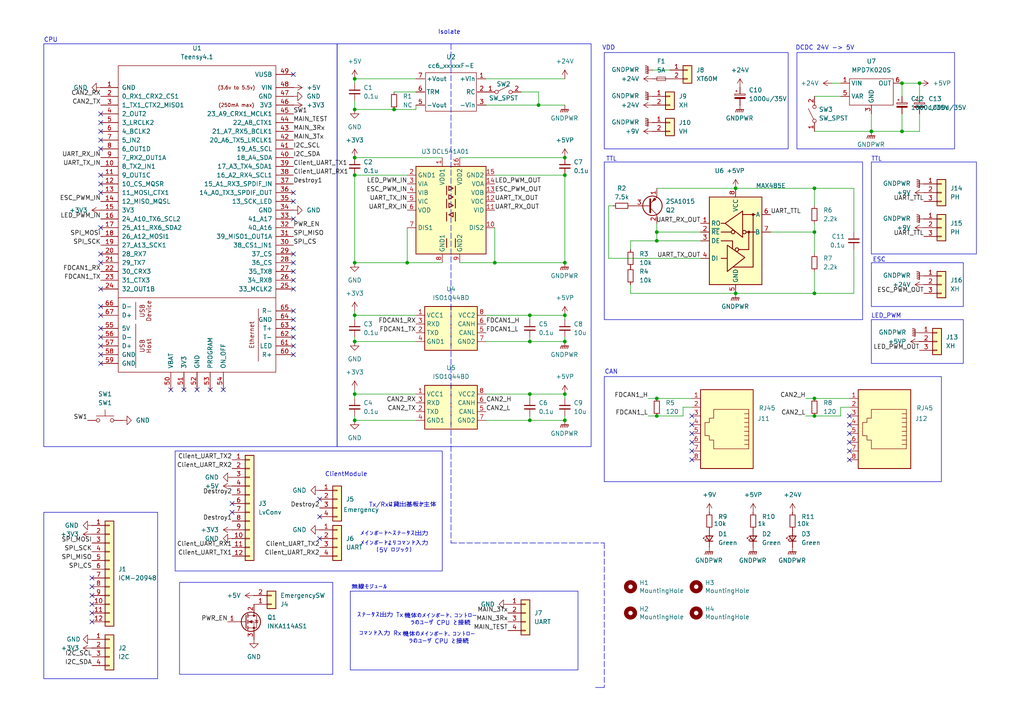
<source format=kicad_sch>
(kicad_sch (version 20231120) (generator "eeschema") (generator_version "8.0")
  (paper "A4")
  (junction (at 236.22 54.61))
  (junction (at 266.7 24.13))
  (junction (at 102.87 50.8))
  (junction (at 153.67 99.06))
  (junction (at 236.22 67.31))
  (junction (at 190.5 69.85))
  (junction (at 163.83 91.44))
  (junction (at 102.87 76.2))
  (junction (at 163.83 114.3))
  (junction (at 163.83 50.8))
  (junction (at 102.87 99.06))
  (junction (at 102.87 114.3))
  (junction (at 156.21 30.48))
  (junction (at 102.87 31.75))
  (junction (at 102.87 91.44))
  (junction (at 153.67 91.44))
  (junction (at 118.11 76.2))
  (junction (at 153.67 114.3))
  (junction (at 213.36 85.09))
  (junction (at 236.22 115.57))
  (junction (at 114.3 31.75))
  (junction (at 261.62 24.13))
  (junction (at 190.5 67.31))
  (junction (at 143.51 76.2))
  (junction (at 102.87 121.92))
  (junction (at 213.36 54.61))
  (junction (at 190.5 115.57))
  (junction (at 236.22 85.09))
  (junction (at 153.67 121.92))
  (junction (at 163.83 76.2))
  (junction (at 261.62 38.1))
  (junction (at 163.83 121.92))
  (junction (at 163.83 45.72))
  (junction (at 102.87 22.86))
  (junction (at 102.87 45.72))
  (junction (at 236.22 120.65))
  (junction (at 190.5 120.65))
  (junction (at 163.83 99.06))
  (junction (at 252.73 38.1))
  (no_connect (at 246.38 123.19))
  (no_connect (at 85.09 102.87))
  (no_connect (at 29.21 88.9))
  (no_connect (at 200.66 123.19))
  (no_connect (at 92.71 156.21))
  (no_connect (at 26.67 170.18))
  (no_connect (at 29.21 100.33))
  (no_connect (at 29.21 33.02))
  (no_connect (at 67.31 146.05))
  (no_connect (at 200.66 120.65))
  (no_connect (at 85.09 58.42))
  (no_connect (at 85.09 100.33))
  (no_connect (at 64.77 113.03))
  (no_connect (at 92.71 144.78))
  (no_connect (at 29.21 35.56))
  (no_connect (at 246.38 130.81))
  (no_connect (at 29.21 73.66))
  (no_connect (at 246.38 125.73))
  (no_connect (at 29.21 40.64))
  (no_connect (at 29.21 105.41))
  (no_connect (at 53.34 113.03))
  (no_connect (at 246.38 128.27))
  (no_connect (at 85.09 76.2))
  (no_connect (at 26.67 172.72))
  (no_connect (at 200.66 130.81))
  (no_connect (at 85.09 55.88))
  (no_connect (at 85.09 90.17))
  (no_connect (at 29.21 83.82))
  (no_connect (at 26.67 175.26))
  (no_connect (at 200.66 133.35))
  (no_connect (at 85.09 63.5))
  (no_connect (at 57.15 113.03))
  (no_connect (at 29.21 91.44))
  (no_connect (at 49.53 113.03))
  (no_connect (at 67.31 148.59))
  (no_connect (at 85.09 95.25))
  (no_connect (at 26.67 177.8))
  (no_connect (at 29.21 76.2))
  (no_connect (at 85.09 83.82))
  (no_connect (at 200.66 128.27))
  (no_connect (at 92.71 149.86))
  (no_connect (at 29.21 50.8))
  (no_connect (at 29.21 66.04))
  (no_connect (at 29.21 38.1))
  (no_connect (at 85.09 21.59))
  (no_connect (at 246.38 133.35))
  (no_connect (at 26.67 180.34))
  (no_connect (at 29.21 97.79))
  (no_connect (at 85.09 78.74))
  (no_connect (at 29.21 102.87))
  (no_connect (at 200.66 125.73))
  (no_connect (at 26.67 167.64))
  (no_connect (at 85.09 73.66))
  (no_connect (at 29.21 95.25))
  (no_connect (at 85.09 97.79))
  (no_connect (at 29.21 53.34))
  (no_connect (at 29.21 43.18))
  (no_connect (at 85.09 81.28))
  (no_connect (at 246.38 120.65))
  (no_connect (at 29.21 55.88))
  (no_connect (at 60.96 113.03))
  (no_connect (at 85.09 92.71))
  (wire (pts (xy 153.67 114.3) (xy 163.83 114.3)))
  (wire (pts (xy 153.67 121.92) (xy 163.83 121.92)))
  (wire (pts (xy 266.7 24.13) (xy 261.62 24.13)))
  (wire (pts (xy 153.67 120.65) (xy 153.67 121.92)))
  (wire (pts (xy 163.83 30.48) (xy 156.21 30.48)))
  (wire (pts (xy 213.36 54.61) (xy 190.5 54.61)))
  (wire (pts (xy 198.12 118.11) (xy 198.12 120.65)))
  (wire (pts (xy 140.97 30.48) (xy 156.21 30.48)))
  (wire (pts (xy 187.96 120.65) (xy 190.5 120.65)))
  (wire (pts (xy 182.88 69.85) (xy 182.88 72.39)))
  (wire (pts (xy 190.5 67.31) (xy 190.5 69.85)))
  (wire (pts (xy 190.5 64.77) (xy 190.5 67.31)))
  (wire (pts (xy 102.87 50.8) (xy 118.11 50.8)))
  (wire (pts (xy 246.38 118.11) (xy 243.84 118.11)))
  (wire (pts (xy 102.87 121.92) (xy 102.87 120.65)))
  (wire (pts (xy 236.22 78.74) (xy 236.22 85.09)))
  (wire (pts (xy 153.67 91.44) (xy 153.67 92.71)))
  (wire (pts (xy 102.87 92.71) (xy 102.87 91.44)))
  (wire (pts (xy 102.87 29.21) (xy 102.87 31.75)))
  (wire (pts (xy 102.87 114.3) (xy 120.65 114.3)))
  (wire (pts (xy 236.22 38.1) (xy 252.73 38.1)))
  (wire (pts (xy 236.22 73.66) (xy 236.22 67.31)))
  (wire (pts (xy 102.87 50.8) (xy 102.87 76.2)))
  (wire (pts (xy 266.7 38.1) (xy 261.62 38.1)))
  (wire (pts (xy 163.83 97.79) (xy 163.83 99.06)))
  (wire (pts (xy 236.22 54.61) (xy 247.65 54.61)))
  (wire (pts (xy 176.53 59.69) (xy 177.8 59.69)))
  (wire (pts (xy 241.3 24.13) (xy 243.84 24.13)))
  (wire (pts (xy 247.65 54.61) (xy 247.65 67.31)))
  (wire (pts (xy 156.21 26.67) (xy 156.21 30.48)))
  (wire (pts (xy 190.5 67.31) (xy 203.2 67.31)))
  (wire (pts (xy 187.96 115.57) (xy 190.5 115.57)))
  (wire (pts (xy 118.11 66.04) (xy 118.11 76.2)))
  (wire (pts (xy 236.22 54.61) (xy 236.22 59.69)))
  (wire (pts (xy 176.53 74.93) (xy 203.2 74.93)))
  (wire (pts (xy 198.12 120.65) (xy 190.5 120.65)))
  (wire (pts (xy 140.97 91.44) (xy 153.67 91.44)))
  (wire (pts (xy 182.88 82.55) (xy 182.88 85.09)))
  (wire (pts (xy 203.2 69.85) (xy 190.5 69.85)))
  (wire (pts (xy 163.83 115.57) (xy 163.83 114.3)))
  (wire (pts (xy 243.84 120.65) (xy 236.22 120.65)))
  (wire (pts (xy 233.68 115.57) (xy 236.22 115.57)))
  (wire (pts (xy 143.51 76.2) (xy 163.83 76.2)))
  (wire (pts (xy 182.88 85.09) (xy 213.36 85.09)))
  (wire (pts (xy 236.22 85.09) (xy 213.36 85.09)))
  (polyline (pts (xy 175.26 157.48) (xy 175.26 199.39)) (stroke (width 0) (type dash)))
  (wire (pts (xy 102.87 76.2) (xy 118.11 76.2)))
  (wire (pts (xy 102.87 91.44) (xy 102.87 90.17)))
  (wire (pts (xy 243.84 118.11) (xy 243.84 120.65)))
  (polyline (pts (xy 172.72 199.39) (xy 175.26 199.39)))
  (wire (pts (xy 236.22 54.61) (xy 213.36 54.61)))
  (wire (pts (xy 266.7 24.13) (xy 266.7 27.94)))
  (wire (pts (xy 194.31 20.32) (xy 189.23 20.32)))
  (wire (pts (xy 200.66 118.11) (xy 198.12 118.11)))
  (wire (pts (xy 236.22 115.57) (xy 246.38 115.57)))
  (wire (pts (xy 261.62 24.13) (xy 261.62 27.94)))
  (wire (pts (xy 266.7 33.02) (xy 266.7 38.1)))
  (wire (pts (xy 140.97 22.86) (xy 163.83 22.86)))
  (wire (pts (xy 247.65 85.09) (xy 236.22 85.09)))
  (wire (pts (xy 140.97 121.92) (xy 153.67 121.92)))
  (wire (pts (xy 261.62 33.02) (xy 261.62 38.1)))
  (wire (pts (xy 236.22 27.94) (xy 243.84 27.94)))
  (wire (pts (xy 133.35 76.2) (xy 143.51 76.2)))
  (wire (pts (xy 133.35 45.72) (xy 163.83 45.72)))
  (wire (pts (xy 156.21 26.67) (xy 151.13 26.67)))
  (wire (pts (xy 176.53 59.69) (xy 176.53 74.93)))
  (wire (pts (xy 143.51 66.04) (xy 143.51 76.2)))
  (wire (pts (xy 140.97 99.06) (xy 153.67 99.06)))
  (wire (pts (xy 102.87 22.86) (xy 120.65 22.86)))
  (wire (pts (xy 114.3 26.67) (xy 120.65 26.67)))
  (wire (pts (xy 118.11 76.2) (xy 128.27 76.2)))
  (wire (pts (xy 102.87 115.57) (xy 102.87 114.3)))
  (wire (pts (xy 252.73 38.1) (xy 261.62 38.1)))
  (wire (pts (xy 114.3 31.75) (xy 120.65 31.75)))
  (polyline (pts (xy 130.81 12.7) (xy 130.81 157.48)) (stroke (width 0) (type dash)))
  (wire (pts (xy 153.67 114.3) (xy 153.67 115.57)))
  (wire (pts (xy 236.22 120.65) (xy 233.68 120.65)))
  (wire (pts (xy 102.87 22.86) (xy 102.87 24.13)))
  (wire (pts (xy 236.22 64.77) (xy 236.22 67.31)))
  (wire (pts (xy 163.83 50.8) (xy 163.83 76.2)))
  (wire (pts (xy 223.52 67.31) (xy 236.22 67.31)))
  (wire (pts (xy 140.97 114.3) (xy 153.67 114.3)))
  (wire (pts (xy 102.87 91.44) (xy 120.65 91.44)))
  (wire (pts (xy 163.83 120.65) (xy 163.83 121.92)))
  (wire (pts (xy 153.67 91.44) (xy 163.83 91.44)))
  (polyline (pts (xy 130.81 157.48) (xy 175.26 157.48)) (stroke (width 0) (type dash)))
  (wire (pts (xy 102.87 99.06) (xy 120.65 99.06)))
  (wire (pts (xy 102.87 31.75) (xy 114.3 31.75)))
  (wire (pts (xy 102.87 45.72) (xy 128.27 45.72)))
  (wire (pts (xy 102.87 99.06) (xy 102.87 97.79)))
  (wire (pts (xy 102.87 121.92) (xy 120.65 121.92)))
  (wire (pts (xy 190.5 115.57) (xy 200.66 115.57)))
  (wire (pts (xy 143.51 50.8) (xy 163.83 50.8)))
  (wire (pts (xy 247.65 72.39) (xy 247.65 85.09)))
  (wire (pts (xy 153.67 97.79) (xy 153.67 99.06)))
  (wire (pts (xy 252.73 38.1) (xy 252.73 33.02)))
  (wire (pts (xy 120.65 31.75) (xy 120.65 30.48)))
  (wire (pts (xy 163.83 92.71) (xy 163.83 91.44)))
  (wire (pts (xy 182.88 69.85) (xy 190.5 69.85)))
  (wire (pts (xy 153.67 99.06) (xy 163.83 99.06)))
  (wire (pts (xy 102.87 114.3) (xy 102.87 113.03)))
  (rectangle (start 252.73 92.71) (end 279.4 105.41))
  (rectangle (start 252.73 46.99) (end 283.21 73.66))
  (rectangle (start 12.7 148.59) (end 45.72 196.85))
  (rectangle (start 175.26 46.99) (end 250.19 92.71))
  (rectangle (start 101.6 171.45) (end 167.64 194.31))
  (rectangle (start 175.26 15.24) (end 228.6 43.18))
  (rectangle (start 231.14 15.24) (end 276.86 43.18))
  (rectangle (start 252.73 76.2) (end 279.4 88.9))
  (rectangle (start 50.8 130.81) (end 128.27 165.608))
  (rectangle (start 175.26 109.22) (end 273.05 139.7))
  (rectangle (start 12.7 12.7) (end 97.79 129.54))
  (rectangle (start 97.79 12.7) (end 171.45 129.54))
  (rectangle (start 52.07 168.91) (end 96.52 195.58))
  (text "TTL" (at 254.254 46.228 0) (effects (font (size 1.27 1.27))))
  (text "メインボードよりコマンド入力\n（５V ロジック）" (at 114.3 158.75 0) (effects (font (size 1.27 1.27))))
  (text "ESC" (at 255.016 75.438 0) (effects (font (size 1.27 1.27))))
  (text "ClientModule" (at 94.234 137.668 0) (effects (font (size 1.27 1.27)) (justify left)))
  (text "コマンド入力 Rx" (at 110.236 183.896 0) (effects (font (size 1.27 1.27))))
  (text "機体のメインボード、コントロー\nラのユーザ CPU と接続" (at 127.254 185.166 0) (effects (font (size 1.27 1.27))))
  (text "DCDC 24V -> 5V" (at 239.268 13.97 0) (effects (font (size 1.27 1.27))))
  (text "CAN" (at 177.292 107.95 0) (effects (font (size 1.27 1.27))))
  (text "機体のメインボード、コントロー\nラのユーザ CPU と接続" (at 127.762 179.832 0) (effects (font (size 1.27 1.27))))
  (text "VDD" (at 176.53 13.97 0) (effects (font (size 1.27 1.27))))
  (text "TTL" (at 175.768 46.228 0) (effects (font (size 1.27 1.27)) (justify left)))
  (text "Isolate" (at 130.302 9.398 0) (effects (font (size 1.27 1.27))))
  (text "CPU" (at 14.732 11.684 0) (effects (font (size 1.27 1.27))))
  (text "LED_PWM" (at 257.048 91.694 0) (effects (font (size 1.27 1.27))))
  (text "メインボードへステータス出力" (at 114.3 154.94 0) (effects (font (size 1.27 1.27))))
  (text "無線モジュール" (at 107.188 170.434 0) (effects (font (size 1.27 1.27))))
  (text "Tx/Rxは貸出基板が主体" (at 116.84 146.558 0) (effects (font (size 1.27 1.27))))
  (text "ステータス出力 Tx" (at 110.236 178.562 0) (effects (font (size 1.27 1.27))))
  (label "FDCAN1_H" (at 140.97 93.98 0))
  (label "SPI_MISO" (at 85.09 68.58 0))
  (label "SPI_MOSI" (at 29.21 68.58 180))
  (label "MAIN_3Tx" (at 85.09 40.64 0))
  (label "FDCAN1_RX" (at 120.65 93.98 180))
  (label "UART_RX_IN" (at 29.21 45.72 180))
  (label "Client_UART_RX1" (at 67.31 158.75 180))
  (label "UART_RX_OUT" (at 203.2 64.77 180))
  (label "UART_TTL" (at 267.97 58.42 180))
  (label "CAN2_L" (at 233.68 120.65 180))
  (label "PWR_EN" (at 85.09 66.04 0))
  (label "LED_PWM_OUT" (at 143.51 53.34 0))
  (label "CAN2_RX" (at 120.65 116.84 180))
  (label "Client_UART_TX2" (at 92.71 158.75 180))
  (label "CAN2_H" (at 233.68 115.57 180))
  (label "UART_TX_OUT" (at 203.2 74.93 180))
  (label "MAIN_3Rx" (at 147.32 180.34 180))
  (label "UART_RX_IN" (at 118.11 60.96 180))
  (label "LED_PWM_IN" (at 118.11 53.34 180))
  (label "MAIN_3Tx" (at 147.32 177.8 180))
  (label "CAN2_TX" (at 120.65 119.38 180))
  (label "LED_PWM_IN" (at 29.21 63.5 180))
  (label "FDCAN1_TX" (at 29.21 81.28 180))
  (label "FDCAN1_RX" (at 29.21 78.74 180))
  (label "Client_UART_TX1" (at 85.09 48.26 0))
  (label "UART_TTL" (at 223.52 62.23 0))
  (label "FDCAN1_L" (at 140.97 96.52 0))
  (label "FDCAN1_L" (at 187.96 120.65 180))
  (label "MAIN_TEST" (at 85.09 35.56 0))
  (label "SPI_CS" (at 26.67 165.1 180))
  (label "SPI_MOSI" (at 26.67 157.48 180))
  (label "Destroy2" (at 67.31 143.51 180))
  (label "UART_TTL" (at 267.97 68.58 180))
  (label "SPI_SCK" (at 26.67 160.02 180))
  (label "UART_TX_OUT" (at 143.51 58.42 0))
  (label "Destroy1" (at 85.09 53.34 0))
  (label "PWR_EN" (at 66.04 180.34 180))
  (label "SW1" (at 25.4 121.92 180))
  (label "CAN2_L" (at 140.97 119.38 0))
  (label "Client_UART_TX2" (at 67.31 133.35 180))
  (label "LED_PWM_OUT" (at 266.7 101.6 180))
  (label "UART_RX_OUT" (at 143.51 60.96 0))
  (label "I2C_SCL" (at 26.67 190.5 180))
  (label "ESC_PWM_OUT" (at 143.51 55.88 0))
  (label "MAIN_TEST" (at 147.32 182.88 180))
  (label "SPI_SCK" (at 29.21 71.12 180))
  (label "Destroy1" (at 67.31 151.13 180))
  (label "MAIN_3Rx" (at 85.09 38.1 0))
  (label "ESC_PWM_OUT" (at 267.97 85.09 180))
  (label "FDCAN1_TX" (at 120.65 96.52 180))
  (label "Destroy2" (at 92.71 147.32 180))
  (label "I2C_SCL" (at 85.09 43.18 0))
  (label "CAN2_H" (at 140.97 116.84 0))
  (label "Client_UART_TX1" (at 67.31 161.29 180))
  (label "UART_TX_IN" (at 118.11 58.42 180))
  (label "UART_TX_IN" (at 29.21 48.26 180))
  (label "SW1" (at 85.09 33.02 0))
  (label "FDCAN1_H" (at 187.96 115.57 180))
  (label "Client_UART_RX1" (at 85.09 50.8 0))
  (label "Client_UART_RX2" (at 67.31 135.89 180))
  (label "CAN2_RX" (at 29.21 27.94 180))
  (label "I2C_SDA" (at 85.09 45.72 0))
  (label "SPI_MISO" (at 26.67 162.56 180))
  (label "CAN2_TX" (at 29.21 30.48 180))
  (label "I2C_SDA" (at 26.67 193.04 180))
  (label "ESC_PWM_IN" (at 29.21 58.42 180))
  (label "Client_UART_RX2" (at 92.71 161.29 180))
  (label "SPI_CS" (at 85.09 71.12 0))
  (label "ESC_PWM_IN" (at 118.11 55.88 180))
  (symbol (lib_id "Device:R_Small") (at 180.34 59.69 90) (unit 1)
    (property "Reference" "R2" (at 180.34 54.61 90))
    (property "Value" "7.5k" (at 180.34 57.15 90))
    (property "Footprint" "Resistor_SMD:R_0603_1608Metric_Pad0.98x0.95mm_HandSolder" (effects (hide yes)))
    (property "Description" "Resistor, small symbol" (effects (hide yes)))
  )
  (symbol (lib_id "Switch:SW_Push") (at 30.48 121.92 0) (unit 1)
    (property "Reference" "SW1" (at 30.48 114.3 0))
    (property "Value" "SW1" (at 30.48 116.84 0))
    (property "Footprint" "core2025_library:SW_Push_1P1T_NO_6x6mm_H9.5mm" (effects (hide yes)))
    (property "Description" "Push button switch, generic, two pins" (effects (hide yes)))
  )
  (symbol (lib_id "Device:R_Small") (at 218.44 151.13 0) (unit 1)
    (property "Reference" "R10" (at 220.98 149.8599 0) (effects (justify left)))
    (property "Value" "1k" (at 219.71 151.892 0) (effects (justify left)))
    (property "Footprint" "Resistor_SMD:R_0603_1608Metric_Pad0.98x0.95mm_HandSolder" (effects (hide yes)))
    (property "Description" "Resistor, small symbol" (effects (hide yes)))
  )
  (symbol (lib_id "power:+5V") (at 67.31 140.97 90) (unit 1)
    (property "Reference" "#PWR011" (effects (hide yes)))
    (property "Value" "+5V" (at 63.5 140.9699 90) (effects (justify left)))
    (property "Description" "Power symbol creates a global label with name \"+5V\"" (effects (hide yes)))
  )
  (symbol (lib_id "Interface_CAN_LIN:ISO1044BD") (at 130.81 93.98 0) (unit 1)
    (property "Reference" "U4" (at 130.81 83.82 0))
    (property "Value" "ISO1044BD" (at 130.81 86.36 0))
    (property "Footprint" "Package_SO:SOIC-8_3.9x4.9mm_P1.27mm" (effects (hide yes)))
    (property "Datasheet" "https://www.ti.com/lit/ds/symlink/iso1044.pdf" (effects (hide yes)))
    (property "Description" "Isolated CAN FD Transceiver, SOIC-8" (effects (hide yes)))
  )
  (symbol (lib_id "power:GND") (at 67.31 138.43 270) (unit 1)
    (property "Reference" "#PWR010" (effects (hide yes)))
    (property "Value" "GND" (at 63.5 138.4299 90) (effects (justify right)))
    (property "Description" "Power symbol creates a global label with name \"GND\" , ground" (effects (hide yes)))
  )
  (symbol (lib_id "power:GNDPWR") (at 218.44 158.75 0) (unit 1)
    (property "Reference" "#PWR061" (effects (hide yes)))
    (property "Value" "GNDPWR" (at 218.313 162.56 0))
    (property "Description" "Power symbol creates a global label with name \"GNDPWR\" , global ground" (effects (hide yes)))
  )
  (symbol (lib_id "power:+5VP") (at 163.83 114.3 0) (unit 1)
    (property "Reference" "#PWR037" (effects (hide yes)))
    (property "Value" "+5VP" (at 163.83 109.22 0))
    (property "Description" "Power symbol creates a global label with name \"+5VP\"" (effects (hide yes)))
  )
  (symbol (lib_id "Device:R_Small") (at 190.5 118.11 0) (unit 1)
    (property "Reference" "R5" (at 193.04 116.8399 0) (effects (justify left)))
    (property "Value" "120" (at 193.04 119.3799 0) (effects (justify left)))
    (property "Footprint" "Resistor_SMD:R_0603_1608Metric_Pad0.98x0.95mm_HandSolder" (effects (hide yes)))
    (property "Description" "Resistor, small symbol" (effects (hide yes)))
  )
  (symbol (lib_id "power:+3V3") (at 26.67 154.94 90) (unit 1)
    (property "Reference" "#PWR02" (effects (hide yes)))
    (property "Value" "+3V3" (at 22.86 154.9399 90) (effects (justify left)))
    (property "Description" "Power symbol creates a global label with name \"+3V3\"" (effects (hide yes)))
  )
  (symbol (lib_id "power:GNDPWR") (at 163.83 99.06 0) (unit 1)
    (property "Reference" "#PWR036" (effects (hide yes)))
    (property "Value" "GNDPWR" (at 163.703 102.87 0))
    (property "Description" "Power symbol creates a global label with name \"GNDPWR\" , global ground" (effects (hide yes)))
  )
  (symbol (lib_id "Connector:RJ45") (at 256.54 123.19 180) (unit 1)
    (property "Reference" "J12" (at 267.208 121.412 0))
    (property "Value" "RJ45" (at 268.224 118.364 0))
    (property "Footprint" "Connector_RJ:RJ45_Ninigi_GE" (effects (hide yes)))
    (property "Description" "RJ connector, 8P8C (8 positions 8 connected)" (effects (hide yes)))
  )
  (symbol (lib_id "Device:R_Small") (at 182.88 80.01 0) (unit 1)
    (property "Reference" "R4" (at 185.42 78.7399 0) (effects (justify left)))
    (property "Value" "10k" (at 185.42 81.2799 0) (effects (justify left)))
    (property "Footprint" "Resistor_SMD:R_0603_1608Metric_Pad0.98x0.95mm_HandSolder" (effects (hide yes)))
    (property "Description" "Resistor, small symbol" (effects (hide yes)))
  )
  (symbol (lib_id "power:GNDPWR") (at 163.83 121.92 0) (unit 1)
    (property "Reference" "#PWR038" (effects (hide yes)))
    (property "Value" "GNDPWR" (at 163.703 125.73 0))
    (property "Description" "Power symbol creates a global label with name \"GNDPWR\" , global ground" (effects (hide yes)))
  )
  (symbol (lib_id "Connector_Generic:Conn_01x03") (at 273.05 55.88 0) (unit 1)
    (property "Reference" "J14" (at 275.59 54.6099 0) (effects (justify left)))
    (property "Value" "PH" (at 275.59 57.1499 0) (effects (justify left)))
    (property "Footprint" "Connector_JST:JST_PH_B3B-PH-K_1x03_P2.00mm_Vertical" (effects (hide yes)))
    (property "Description" "Generic connector, single row, 01x03, script generated (kicad-library-utils/schlib/autogen/connector/)" (effects (hide yes)))
  )
  (symbol (lib_id "power:+3V3") (at 102.87 113.03 0) (unit 1)
    (property "Reference" "#PWR028" (effects (hide yes)))
    (property "Value" "+3V3" (at 102.87 107.95 0))
    (property "Description" "Power symbol creates a global label with name \"+3V3\"" (effects (hide yes)))
  )
  (symbol (lib_id "power:GNDPWR") (at 189.23 27.94 270) (unit 1)
    (property "Reference" "#PWR041" (effects (hide yes)))
    (property "Value" "GNDPWR" (at 185.42 27.8129 90) (effects (justify right)))
    (property "Description" "Power symbol creates a global label with name \"GNDPWR\" , global ground" (effects (hide yes)))
  )
  (symbol (lib_id "Device:C_Small") (at 163.83 118.11 0) (unit 1)
    (property "Reference" "C9" (at 166.37 116.8462 0) (effects (justify left)))
    (property "Value" "10u" (at 166.37 119.3862 0) (effects (justify left)))
    (property "Footprint" "Capacitor_SMD:C_0805_2012Metric_Pad1.18x1.45mm_HandSolder" (effects (hide yes)))
    (property "Description" "Unpolarized capacitor, small symbol" (effects (hide yes)))
  )
  (symbol (lib_id "power:GND") (at 67.31 156.21 270) (unit 1)
    (property "Reference" "#PWR013" (effects (hide yes)))
    (property "Value" "GND" (at 63.5 156.2099 90) (effects (justify right)))
    (property "Description" "Power symbol creates a global label with name \"GND\" , ground" (effects (hide yes)))
  )
  (symbol (lib_id "teensy_library:Teensy4.1") (at 57.15 80.01 0) (unit 1)
    (property "Reference" "U1" (at 57.15 13.97 0))
    (property "Value" "Teensy4.1" (at 57.15 16.51 0))
    (property "Footprint" "teensy_library:Teensy41" (effects (hide yes)))
  )
  (symbol (lib_id "power:GND") (at 147.32 175.26 270) (unit 1)
    (property "Reference" "#PWR030" (effects (hide yes)))
    (property "Value" "GND" (at 143.51 175.2599 90) (effects (justify right)))
    (property "Description" "Power symbol creates a global label with name \"GND\" , ground" (effects (hide yes)))
  )
  (symbol (lib_id "power:+5VP") (at 266.7 99.06 90) (unit 1)
    (property "Reference" "#PWR053" (effects (hide yes)))
    (property "Value" "+5VP" (at 262.89 99.0599 90) (effects (justify left)))
    (property "Description" "Power symbol creates a global label with name \"+5VP\"" (effects (hide yes)))
  )
  (symbol (lib_id "power:GND") (at 92.71 153.67 270) (unit 1)
    (property "Reference" "#PWR021" (effects (hide yes)))
    (property "Value" "GND" (at 88.9 153.6699 90) (effects (justify right)))
    (property "Description" "Power symbol creates a global label with name \"GND\" , ground" (effects (hide yes)))
  )
  (symbol (lib_id "power:+24V") (at 267.97 82.55 90) (unit 1)
    (property "Reference" "#PWR059" (effects (hide yes)))
    (property "Value" "+24V" (at 264.16 82.5499 90) (effects (justify left)))
    (property "Description" "Power symbol creates a global label with name \"+24V\"" (effects (hide yes)))
  )
  (symbol (lib_id "power:GND") (at 85.09 60.96 90) (unit 1)
    (property "Reference" "#PWR019" (effects (hide yes)))
    (property "Value" "GND" (at 88.9 60.9599 90) (effects (justify right)))
    (property "Description" "Power symbol creates a global label with name \"GND\" , ground" (effects (hide yes)))
  )
  (symbol (lib_id "Connector:RJ45") (at 210.82 123.19 180) (unit 1)
    (property "Reference" "J11" (at 221.488 121.412 0))
    (property "Value" "RJ45" (at 222.504 118.364 0))
    (property "Footprint" "Connector_RJ:RJ45_Ninigi_GE" (effects (hide yes)))
    (property "Description" "RJ connector, 8P8C (8 positions 8 connected)" (effects (hide yes)))
  )
  (symbol (lib_id "power:+3V3") (at 26.67 187.96 90) (unit 1)
    (property "Reference" "#PWR05" (effects (hide yes)))
    (property "Value" "+3V3" (at 20.32 187.96 90))
    (property "Description" "Power symbol creates a global label with name \"+3V3\"" (effects (hide yes)))
  )
  (symbol (lib_id "power:GND") (at 26.67 152.4 270) (unit 1)
    (property "Reference" "#PWR01" (effects (hide yes)))
    (property "Value" "GND" (at 22.86 152.3999 90) (effects (justify right)))
    (property "Description" "Power symbol creates a global label with name \"GND\" , ground" (effects (hide yes)))
  )
  (symbol (lib_id "Mechanical:MountingHole") (at 201.93 170.18 0) (unit 1)
    (property "Reference" "H3" (at 204.47 169.0116 0) (effects (justify left)))
    (property "Value" "MountingHole" (at 204.47 171.323 0) (effects (justify left)))
    (property "Footprint" "core2025_library:MountingHole_3.2mm_M3_DIN965" (effects (hide yes)))
  )
  (symbol (lib_id "power:+3V3") (at 67.31 153.67 90) (unit 1)
    (property "Reference" "#PWR012" (effects (hide yes)))
    (property "Value" "+3V3" (at 63.5 153.6699 90) (effects (justify left)))
    (property "Description" "Power symbol creates a global label with name \"+3V3\"" (effects (hide yes)))
  )
  (symbol (lib_id "Mechanical:MountingHole") (at 182.88 177.8 0) (unit 1)
    (property "Reference" "H2" (at 185.42 176.6316 0) (effects (justify left)))
    (property "Value" "MountingHole" (at 185.42 178.943 0) (effects (justify left)))
    (property "Footprint" "core2025_library:MountingHole_3.2mm_M3_DIN965" (effects (hide yes)))
  )
  (symbol (lib_id "power:GNDPWR") (at 214.63 30.48 0) (unit 1)
    (property "Reference" "#PWR046" (effects (hide yes)))
    (property "Value" "GNDPWR" (at 214.503 34.29 0))
    (property "Description" "Power symbol creates a global label with name \"GNDPWR\" , global ground" (effects (hide yes)))
  )
  (symbol (lib_id "power:GNDPWR") (at 163.83 76.2 0) (unit 1)
    (property "Reference" "#PWR034" (effects (hide yes)))
    (property "Value" "GNDPWR" (at 163.703 80.01 0))
    (property "Description" "Power symbol creates a global label with name \"GNDPWR\" , global ground" (effects (hide yes)))
  )
  (symbol (lib_id "power:+5VP") (at 213.36 54.61 0) (unit 1)
    (property "Reference" "#PWR047" (effects (hide yes)))
    (property "Value" "+5VP" (at 213.36 49.53 0))
    (property "Description" "Power symbol creates a global label with name \"+5VP\"" (effects (hide yes)))
  )
  (symbol (lib_id "Device:R_Small") (at 236.22 118.11 0) (unit 1)
    (property "Reference" "R8" (at 238.76 116.8399 0) (effects (justify left)))
    (property "Value" "120" (at 238.76 119.3799 0) (effects (justify left)))
    (property "Footprint" "Resistor_SMD:R_0603_1608Metric_Pad0.98x0.95mm_HandSolder" (effects (hide yes)))
    (property "Description" "Resistor, small symbol" (effects (hide yes)))
  )
  (symbol (lib_id "Device:C_Small") (at 102.87 26.67 0) (unit 1)
    (property "Reference" "C1" (at 105.41 25.4062 0) (effects (justify left)))
    (property "Value" "0.1u" (at 105.41 27.9462 0) (effects (justify left)))
    (property "Footprint" "Capacitor_SMD:C_0805_2012Metric_Pad1.18x1.45mm_HandSolder" (effects (hide yes)))
    (property "Description" "Unpolarized capacitor, small symbol" (effects (hide yes)))
  )
  (symbol (lib_id "power:GND") (at 26.67 185.42 270) (unit 1)
    (property "Reference" "#PWR06" (effects (hide yes)))
    (property "Value" "GND" (at 23.368 185.42 90) (effects (justify right)))
    (property "Description" "Power symbol creates a global label with name \"GND\" , ground" (effects (hide yes)))
  )
  (symbol (lib_id "power:+3V3") (at 29.21 60.96 90) (unit 1)
    (property "Reference" "#PWR08" (effects (hide yes)))
    (property "Value" "+3V3" (at 25.4 60.9599 90) (effects (justify left)))
    (property "Description" "Power symbol creates a global label with name \"+3V3\"" (effects (hide yes)))
  )
  (symbol (lib_id "power:+5VP") (at 163.83 91.44 0) (unit 1)
    (property "Reference" "#PWR035" (effects (hide yes)))
    (property "Value" "+5VP" (at 163.83 86.36 0))
    (property "Description" "Power symbol creates a global label with name \"+5VP\"" (effects (hide yes)))
  )
  (symbol (lib_id "Switch:SW_SPST") (at 236.22 33.02 90) (unit 1)
    (property "Reference" "SW3" (at 237.49 31.7499 90) (effects (justify right)))
    (property "Value" "SW_SPST" (at 237.49 34.2899 90) (effects (justify right)))
    (property "Footprint" "core2025_library:SS12D01G4" (effects (hide yes)))
    (property "Description" "Single Pole Single Throw (SPST) switch" (effects (hide yes)))
  )
  (symbol (lib_id "Device:C_Polarized_Small") (at 214.63 27.94 0) (unit 1)
    (property "Reference" "C10" (at 217.17 26.1238 0) (effects (justify left)))
    (property "Value" "1000u/35V" (at 217.17 28.6638 0) (effects (justify left)))
    (property "Footprint" "Capacitor_THT:CP_Radial_D12.5mm_P5.00mm" (effects (hide yes)))
    (property "Description" "Polarized capacitor, small symbol" (effects (hide yes)))
  )
  (symbol (lib_id "power:+5VP") (at 163.83 45.72 0) (unit 1)
    (property "Reference" "#PWR033" (effects (hide yes)))
    (property "Value" "+5VP" (at 163.83 40.64 0))
    (property "Description" "Power symbol creates a global label with name \"+5VP\"" (effects (hide yes)))
  )
  (symbol (lib_id "Connector_Generic:Conn_01x03") (at 273.05 66.04 0) (unit 1)
    (property "Reference" "J15" (at 275.59 64.7699 0) (effects (justify left)))
    (property "Value" "PH" (at 275.59 67.3099 0) (effects (justify left)))
    (property "Footprint" "Connector_JST:JST_PH_B3B-PH-K_1x03_P2.00mm_Vertical" (effects (hide yes)))
    (property "Description" "Generic connector, single row, 01x03, script generated (kicad-library-utils/schlib/autogen/connector/)" (effects (hide yes)))
  )
  (symbol (lib_id "core2025_library:DCL541A01") (at 130.81 48.26 0) (unit 1)
    (property "Reference" "U3" (at 122.174 43.942 0) (effects (justify left)))
    (property "Value" "DCL541A01" (at 125.222 43.942 0) (effects (justify left)))
    (property "Footprint" "Package_SO:SOIC-16W_7.5x10.3mm_P1.27mm" (effects (hide yes)))
  )
  (symbol (lib_id "Connector_Generic:Conn_01x02") (at 194.31 27.94 0) (unit 1)
    (property "Reference" "J9" (at 196.85 27.9399 0) (effects (justify left)))
    (property "Value" "XH" (at 196.85 30.4799 0) (effects (justify left)))
    (property "Footprint" "Connector_JST:JST_XH_B2B-XH-A_1x02_P2.50mm_Vertical" (effects (hide yes)))
    (property "Description" "Generic connector, single row, 01x02, script generated (kicad-library-utils/schlib/autogen/connector/)" (effects (hide yes)))
  )
  (symbol (lib_id "Connector_Generic:Conn_01x02") (at 199.39 20.32 0) (unit 1)
    (property "Reference" "J8" (at 201.93 20.3199 0) (effects (justify left)))
    (property "Value" "XT60M" (at 201.93 22.8599 0) (effects (justify left)))
    (property "Footprint" "Connector_AMASS:AMASS_XT60-M_1x02_P7.20mm_Vertical" (effects (hide yes)))
    (property "Description" "Generic connector, single row, 01x02, script generated (kicad-library-utils/schlib/autogen/connector/)" (effects (hide yes)))
  )
  (symbol (lib_id "Connector_Generic:Conn_01x12") (at 72.39 146.05 0) (unit 1)
    (property "Reference" "J3" (at 74.93 146.0499 0) (effects (justify left)))
    (property "Value" "LvConv" (at 74.93 148.5899 0) (effects (justify left)))
    (property "Footprint" "Package_DIP:DIP-12_W10.16mm_LongPads" (effects (hide yes)))
    (property "Description" "Generic connector, single row, 01x12, script generated (kicad-library-utils/schlib/autogen/connector/)" (effects (hide yes)))
  )
  (symbol (lib_id "power:+5VP") (at 266.7 24.13 270) (unit 1)
    (property "Reference" "#PWR051" (effects (hide yes)))
    (property "Value" "+5VP" (at 270.51 24.1299 90) (effects (justify left)))
    (property "Description" "Power symbol creates a global label with name \"+5VP\"" (effects (hide yes)))
  )
  (symbol (lib_id "power:+9V") (at 189.23 38.1 90) (unit 1)
    (property "Reference" "#PWR044" (effects (hide yes)))
    (property "Value" "+9V" (at 185.42 38.0999 90) (effects (justify left)))
    (property "Description" "Power symbol creates a global label with name \"+9V\"" (effects (hide yes)))
  )
  (symbol (lib_id "power:GND") (at 92.71 142.24 270) (unit 1)
    (property "Reference" "#PWR020" (effects (hide yes)))
    (property "Value" "GND" (at 88.9 142.2399 90) (effects (justify right)))
    (property "Description" "Power symbol creates a global label with name \"GND\" , ground" (effects (hide yes)))
  )
  (symbol (lib_id "power:GND") (at 35.56 121.92 90) (unit 1)
    (property "Reference" "#PWR09" (effects (hide yes)))
    (property "Value" "GND" (at 39.37 121.9199 90) (effects (justify right)))
    (property "Description" "Power symbol creates a global label with name \"GND\" , ground" (effects (hide yes)))
  )
  (symbol (lib_id "power:GNDPWR") (at 205.74 158.75 0) (unit 1)
    (property "Reference" "#PWR055" (effects (hide yes)))
    (property "Value" "GNDPWR" (at 205.613 162.56 0))
    (property "Description" "Power symbol creates a global label with name \"GNDPWR\" , global ground" (effects (hide yes)))
  )
  (symbol (lib_id "Connector_Generic:Conn_01x04") (at 31.75 187.96 0) (unit 1)
    (property "Reference" "J2" (at 34.29 187.9599 0) (effects (justify left)))
    (property "Value" "I2C" (at 34.29 190.4999 0) (effects (justify left)))
    (property "Footprint" "Connector_JST:JST_XH_B4B-XH-A_1x04_P2.50mm_Vertical" (effects (hide yes)))
    (property "Description" "Generic connector, single row, 01x04, script generated (kicad-library-utils/schlib/autogen/connector/)" (effects (hide yes)))
  )
  (symbol (lib_id "Connector_Generic:Conn_01x03") (at 271.78 99.06 0) (unit 1)
    (property "Reference" "J13" (at 274.32 97.7899 0) (effects (justify left)))
    (property "Value" "XH" (at 274.32 100.3299 0) (effects (justify left)))
    (property "Footprint" "Connector_JST:JST_XH_B3B-XH-A_1x03_P2.50mm_Vertical" (effects (hide yes)))
    (property "Description" "Generic connector, single row, 01x03, script generated (kicad-library-utils/schlib/autogen/connector/)" (effects (hide yes)))
  )
  (symbol (lib_id "Connector_Generic:Conn_01x12") (at 31.75 165.1 0) (unit 1)
    (property "Reference" "J1" (at 34.29 165.0999 0) (effects (justify left)))
    (property "Value" "ICM-20948" (at 34.29 167.6399 0) (effects (justify left)))
    (property "Footprint" "core2025_library:ICM-20948" (effects (hide yes)))
    (property "Description" "Generic connector, single row, 01x12, script generated (kicad-library-utils/schlib/autogen/connector/)" (effects (hide yes)))
  )
  (symbol (lib_id "Connector_Generic:Conn_01x04") (at 97.79 144.78 0) (unit 1)
    (property "Reference" "J5" (at 100.33 144.7799 0) (effects (justify left)))
    (property "Value" "Emergency" (at 99.568 147.8279 0) (effects (justify left)))
    (property "Footprint" "Connector_JST:JST_XH_B4B-XH-A_1x04_P2.50mm_Vertical" (effects (hide yes)))
    (property "Description" "Generic connector, single row, 01x04, script generated (kicad-library-utils/schlib/autogen/connector/)" (effects (hide yes)))
  )
  (symbol (lib_id "power:+3V3") (at 102.87 45.72 0) (unit 1)
    (property "Reference" "#PWR024" (effects (hide yes)))
    (property "Value" "+3V3" (at 102.87 40.64 0))
    (property "Description" "Power symbol creates a global label with name \"+3V3\"" (effects (hide yes)))
  )
  (symbol (lib_id "power:GNDPWR") (at 189.23 20.32 270) (unit 1)
    (property "Reference" "#PWR039" (effects (hide yes)))
    (property "Value" "GNDPWR" (at 185.42 20.1929 90) (effects (justify right)))
    (property "Description" "Power symbol creates a global label with name \"GNDPWR\" , global ground" (effects (hide yes)))
  )
  (symbol (lib_id "Device:C_Small") (at 247.65 69.85 0) (mirror y) (unit 1)
    (property "Reference" "C11" (at 245.11 68.5862 0) (effects (justify left)))
    (property "Value" "0.1u" (at 245.11 71.1262 0) (effects (justify left)))
    (property "Footprint" "Capacitor_SMD:C_0805_2012Metric_Pad1.18x1.45mm_HandSolder" (effects (hide yes)))
    (property "Description" "Unpolarized capacitor, small symbol" (effects (hide yes)))
  )
  (symbol (lib_id "Device:C_Small") (at 102.87 118.11 0) (unit 1)
    (property "Reference" "C4" (at 105.41 116.8462 0) (effects (justify left)))
    (property "Value" "0.1u" (at 105.41 119.3862 0) (effects (justify left)))
    (property "Footprint" "Capacitor_SMD:C_0805_2012Metric_Pad1.18x1.45mm_HandSolder" (effects (hide yes)))
    (property "Description" "Unpolarized capacitor, small symbol" (effects (hide yes)))
  )
  (symbol (lib_id "power:+24V") (at 163.83 22.86 0) (unit 1)
    (property "Reference" "#PWR031" (effects (hide yes)))
    (property "Value" "+24V" (at 163.83 17.78 0))
    (property "Description" "Power symbol creates a global label with name \"+24V\"" (effects (hide yes)))
  )
  (symbol (lib_id "power:+24V") (at 241.3 24.13 90) (unit 1)
    (property "Reference" "#PWR049" (effects (hide yes)))
    (property "Value" "+24V" (at 237.49 24.1299 90) (effects (justify left)))
    (property "Description" "Power symbol creates a global label with name \"+24V\"" (effects (hide yes)))
  )
  (symbol (lib_id "Connector_Generic:Conn_01x03") (at 273.05 82.55 0) (unit 1)
    (property "Reference" "J16" (at 275.59 81.2799 0) (effects (justify left)))
    (property "Value" "XH" (at 275.59 83.8199 0) (effects (justify left)))
    (property "Footprint" "Connector_JST:JST_XH_B3B-XH-A_1x03_P2.50mm_Vertical" (effects (hide yes)))
    (property "Description" "Generic connector, single row, 01x03, script generated (kicad-library-utils/schlib/autogen/connector/)" (effects (hide yes)))
  )
  (symbol (lib_id "power:+9V") (at 267.97 66.04 90) (unit 1)
    (property "Reference" "#PWR056" (effects (hide yes)))
    (property "Value" "+9V" (at 264.16 66.0399 90) (effects (justify left)))
    (property "Description" "Power symbol creates a global label with name \"+9V\"" (effects (hide yes)))
  )
  (symbol (lib_id "power:+3V3") (at 102.87 90.17 0) (unit 1)
    (property "Reference" "#PWR026" (effects (hide yes)))
    (property "Value" "+3V3" (at 102.87 85.09 0))
    (property "Description" "Power symbol creates a global label with name \"+3V3\"" (effects (hide yes)))
  )
  (symbol (lib_id "Device:R_Small") (at 114.3 29.21 0) (unit 1)
    (property "Reference" "R1" (at 116.84 27.9399 0) (effects (justify left)))
    (property "Value" "NC" (at 116.84 30.4799 0) (effects (justify left)))
    (property "Footprint" "Resistor_SMD:R_0603_1608Metric_Pad0.98x0.95mm_HandSolder" (effects (hide yes)))
    (property "Description" "Resistor, small symbol" (effects (hide yes)))
  )
  (symbol (lib_id "Device:C_Small") (at 153.67 118.11 0) (unit 1)
    (property "Reference" "C6" (at 156.21 116.8462 0) (effects (justify left)))
    (property "Value" "0.1u" (at 156.21 119.3862 0) (effects (justify left)))
    (property "Footprint" "Capacitor_SMD:C_0805_2012Metric_Pad1.18x1.45mm_HandSolder" (effects (hide yes)))
    (property "Description" "Unpolarized capacitor, small symbol" (effects (hide yes)))
  )
  (symbol (lib_id "power:GND") (at 29.21 25.4 270) (unit 1)
    (property "Reference" "#PWR07" (effects (hide yes)))
    (property "Value" "GND" (at 25.4 25.3999 90) (effects (justify right)))
    (property "Description" "Power symbol creates a global label with name \"GND\" , ground" (effects (hide yes)))
  )
  (symbol (lib_id "Switch:SW_SPST") (at 146.05 26.67 0) (unit 1)
    (property "Reference" "SW2" (at 146.05 24.384 0))
    (property "Value" "SW_SPST" (at 146.05 28.448 0))
    (property "Footprint" "core2025_library:SS12D01G4" (effects (hide yes)))
    (property "Description" "Single Pole Single Throw (SPST) switch" (effects (hide yes)))
  )
  (symbol (lib_id "power:+5V") (at 102.87 22.86 0) (unit 1)
    (property "Reference" "#PWR022" (effects (hide yes)))
    (property "Value" "+5V" (at 102.87 17.78 0))
    (property "Description" "Power symbol creates a global label with name \"+5V\"" (effects (hide yes)))
  )
  (symbol (lib_id "Device:C_Small") (at 102.87 48.26 0) (unit 1)
    (property "Reference" "C2" (at 105.41 46.9962 0) (effects (justify left)))
    (property "Value" "0.1u" (at 105.41 49.5362 0) (effects (justify left)))
    (property "Footprint" "Capacitor_SMD:C_0805_2012Metric_Pad1.18x1.45mm_HandSolder" (effects (hide yes)))
    (property "Description" "Unpolarized capacitor, small symbol" (effects (hide yes)))
  )
  (symbol (lib_id "Device:R_Small") (at 236.22 62.23 0) (unit 1)
    (property "Reference" "R6" (at 238.76 60.9599 0) (effects (justify left)))
    (property "Value" "2.2k" (at 238.76 63.4999 0) (effects (justify left)))
    (property "Footprint" "Resistor_SMD:R_0603_1608Metric_Pad0.98x0.95mm_HandSolder" (effects (hide yes)))
    (property "Description" "Resistor, small symbol" (effects (hide yes)))
  )
  (symbol (lib_id "power:+24V") (at 189.23 22.86 90) (unit 1)
    (property "Reference" "#PWR040" (effects (hide yes)))
    (property "Value" "+24V" (at 185.42 22.8599 90) (effects (justify left)))
    (property "Description" "Power symbol creates a global label with name \"+24V\"" (effects (hide yes)))
  )
  (symbol (lib_id "Device:C_Small") (at 163.83 48.26 0) (unit 1)
    (property "Reference" "C7" (at 166.37 46.9962 0) (effects (justify left)))
    (property "Value" "0.1u" (at 166.37 49.5362 0) (effects (justify left)))
    (property "Footprint" "Capacitor_SMD:C_0805_2012Metric_Pad1.18x1.45mm_HandSolder" (effects (hide yes)))
    (property "Description" "Unpolarized capacitor, small symbol" (effects (hide yes)))
  )
  (symbol (lib_id "power:GNDPWR") (at 213.36 85.09 0) (unit 1)
    (property "Reference" "#PWR048" (effects (hide yes)))
    (property "Value" "GNDPWR" (at 213.233 88.9 0))
    (property "Description" "Power symbol creates a global label with name \"GNDPWR\" , global ground" (effects (hide yes)))
  )
  (symbol (lib_id "power:GNDPWR") (at 267.97 63.5 270) (unit 1)
    (property "Reference" "#PWR03" (effects (hide yes)))
    (property "Value" "GNDPWR" (at 264.16 63.3729 90) (effects (justify right)))
    (property "Description" "Power symbol creates a global label with name \"GNDPWR\" , global ground" (effects (hide yes)))
  )
  (symbol (lib_id "Connector_Generic:Conn_01x02") (at 194.31 35.56 0) (unit 1)
    (property "Reference" "J10" (at 196.85 35.5599 0) (effects (justify left)))
    (property "Value" "VH" (at 196.85 38.0999 0) (effects (justify left)))
    (property "Footprint" "Connector_JST:JST_VH_B2P-VH-B_1x02_P3.96mm_Vertical" (effects (hide yes)))
    (property "Description" "Generic connector, single row, 01x02, script generated (kicad-library-utils/schlib/autogen/connector/)" (effects (hide yes)))
  )
  (symbol (lib_id "Device:C_Polarized_Small") (at 261.62 30.48 0) (unit 1)
    (property "Reference" "C12" (at 264.16 28.6638 0) (effects (justify left)))
    (property "Value" "1000u/35V" (at 264.16 31.2038 0) (effects (justify left)))
    (property "Footprint" "Capacitor_THT:CP_Radial_D12.5mm_P5.00mm" (effects (hide yes)))
    (property "Description" "Polarized capacitor, small symbol" (effects (hide yes)))
  )
  (symbol (lib_id "power:GNDPWR") (at 266.7 96.52 270) (unit 1)
    (property "Reference" "#PWR052" (effects (hide yes)))
    (property "Value" "GNDPWR" (at 262.89 96.3929 90) (effects (justify right)))
    (property "Description" "Power symbol creates a global label with name \"GNDPWR\" , global ground" (effects (hide yes)))
  )
  (symbol (lib_id "power:GND") (at 102.87 121.92 0) (unit 1)
    (property "Reference" "#PWR029" (effects (hide yes)))
    (property "Value" "GND" (at 102.87 127 0))
    (property "Description" "Power symbol creates a global label with name \"GND\" , ground" (effects (hide yes)))
  )
  (symbol (lib_id "power:+24V") (at 214.63 25.4 0) (unit 1)
    (property "Reference" "#PWR045" (effects (hide yes)))
    (property "Value" "+24V" (at 214.63 20.32 0))
    (property "Description" "Power symbol creates a global label with name \"+24V\"" (effects (hide yes)))
  )
  (symbol (lib_id "Device:C_Small") (at 102.87 95.25 0) (unit 1)
    (property "Reference" "C3" (at 105.41 93.9862 0) (effects (justify left)))
    (property "Value" "0.1u" (at 105.41 96.5262 0) (effects (justify left)))
    (property "Footprint" "Capacitor_SMD:C_0805_2012Metric_Pad1.18x1.45mm_HandSolder" (effects (hide yes)))
    (property "Description" "Unpolarized capacitor, small symbol" (effects (hide yes)))
  )
  (symbol (lib_id "Device:C_Small") (at 163.83 95.25 0) (unit 1)
    (property "Reference" "C8" (at 166.37 93.9862 0) (effects (justify left)))
    (property "Value" "10u" (at 166.37 96.5262 0) (effects (justify left)))
    (property "Footprint" "Capacitor_SMD:C_0805_2012Metric_Pad1.18x1.45mm_HandSolder" (effects (hide yes)))
    (property "Description" "Unpolarized capacitor, small symbol" (effects (hide yes)))
  )
  (symbol (lib_id "power:GNDPWR") (at 189.23 35.56 270) (unit 1)
    (property "Reference" "#PWR043" (effects (hide yes)))
    (property "Value" "GNDPWR" (at 185.42 35.4329 90) (effects (justify right)))
    (property "Description" "Power symbol creates a global label with name \"GNDPWR\" , global ground" (effects (hide yes)))
  )
  (symbol (lib_id "power:GNDPWR") (at 163.83 30.48 0) (unit 1)
    (property "Reference" "#PWR032" (effects (hide yes)))
    (property "Value" "GNDPWR" (at 163.703 34.29 0))
    (property "Description" "Power symbol creates a global label with name \"GNDPWR\" , global ground" (effects (hide yes)))
  )
  (symbol (lib_id "power:GNDPWR") (at 252.73 38.1 0) (unit 1)
    (property "Reference" "#PWR050" (effects (hide yes)))
    (property "Value" "GNDPWR" (at 252.603 41.91 0))
    (property "Description" "Power symbol creates a global label with name \"GNDPWR\" , global ground" (effects (hide yes)))
  )
  (symbol (lib_id "power:GNDPWR") (at 229.87 158.75 0) (unit 1)
    (property "Reference" "#PWR063" (effects (hide yes)))
    (property "Value" "GNDPWR" (at 229.743 162.56 0))
    (property "Description" "Power symbol creates a global label with name \"GNDPWR\" , global ground" (effects (hide yes)))
  )
  (symbol (lib_id "Device:Q_NMOS_GDS") (at 71.12 180.34 0) (unit 1)
    (property "Reference" "Q1" (at 77.47 179.0699 0) (effects (justify left)))
    (property "Value" "INKA114AS1" (at 77.47 181.6099 0) (effects (justify left)))
    (property "Footprint" "Package_TO_SOT_THT:TO-92L_Inline_Wide" (effects (hide yes)))
    (property "Description" "N-MOSFET transistor, gate/drain/source" (effects (hide yes)))
  )
  (symbol (lib_id "Device:Fuse_Small") (at 191.77 22.86 180) (unit 1)
    (property "Reference" "F1" (at 191.77 17.78 0))
    (property "Value" "5A" (at 191.77 20.32 0))
    (property "Footprint" "Fuse:Fuseholder_Blade_Mini_Keystone_3568" (effects (hide yes)))
    (property "Description" "Fuse, small symbol" (effects (hide yes)))
  )
  (symbol (lib_id "core2025_library:MPD7K020S") (at 252.73 22.86 0) (unit 1)
    (property "Reference" "U7" (at 252.73 17.78 0))
    (property "Value" "MPD7K020S" (at 252.73 20.32 0))
    (property "Footprint" "core2025_library:MPD7K020S" (effects (hide yes)))
  )
  (symbol (lib_id "Device:C_Polarized_Small") (at 266.7 30.48 0) (unit 1)
    (property "Reference" "C13" (at 269.24 28.6638 0) (effects (justify left)))
    (property "Value" "1000u/35V" (at 269.24 31.2038 0) (effects (justify left)))
    (property "Footprint" "Capacitor_THT:CP_Radial_D12.5mm_P5.00mm" (effects (hide yes)))
    (property "Description" "Polarized capacitor, small symbol" (effects (hide yes)))
  )
  (symbol (lib_id "Mechanical:MountingHole") (at 201.93 177.8 0) (unit 1)
    (property "Reference" "H4" (at 204.47 176.6316 0) (effects (justify left)))
    (property "Value" "MountingHole" (at 204.47 178.943 0) (effects (justify left)))
    (property "Footprint" "core2025_library:MountingHole_3.2mm_M3_DIN965" (effects (hide yes)))
  )
  (symbol (lib_id "Device:R_Small") (at 236.22 76.2 0) (unit 1)
    (property "Reference" "R7" (at 238.76 74.9299 0) (effects (justify left)))
    (property "Value" "2.2k" (at 238.76 77.4699 0) (effects (justify left)))
    (property "Footprint" "Resistor_SMD:R_0603_1608Metric_Pad0.98x0.95mm_HandSolder" (effects (hide yes)))
    (property "Description" "Resistor, small symbol" (effects (hide yes)))
  )
  (symbol (lib_id "power:+9V") (at 205.74 148.59 0) (unit 1)
    (property "Reference" "#PWR057" (effects (hide yes)))
    (property "Value" "+9V" (at 205.74 143.51 0))
    (property "Description" "Power symbol creates a global label with name \"+9V\"" (effects (hide yes)))
  )
  (symbol (lib_id "core2025_library:cc6_xxxxxF-E") (at 130.81 19.05 0) (mirror y) (unit 1)
    (property "Reference" "U2" (at 130.81 16.51 0))
    (property "Value" "cc6_xxxxxF-E" (at 130.81 19.05 0))
    (property "Footprint" "core2025_library:cc6_xxxxxF-E" (effects (hide yes)))
  )
  (symbol (lib_id "Connector_Generic:Conn_01x02") (at 78.74 175.26 0) (mirror x) (unit 1)
    (property "Reference" "J4" (at 81.28 175.2601 0) (effects (justify left)))
    (property "Value" "EmergencySW" (at 81.28 172.7201 0) (effects (justify left)))
    (property "Footprint" "Connector_JST:JST_XH_B2B-XH-A_1x02_P2.50mm_Vertical" (effects (hide yes)))
    (property "Description" "Generic connector, single row, 01x02, script generated (kicad-library-utils/schlib/autogen/connector/)" (effects (hide yes)))
  )
  (symbol (lib_id "Device:LED_Small") (at 205.74 156.21 90) (unit 1)
    (property "Reference" "D1" (at 208.28 154.8764 90) (effects (justify right)))
    (property "Value" "Green" (at 208.28 157.4164 90) (effects (justify right)))
    (property "Footprint" "LED_SMD:LED_0603_1608Metric_Pad1.05x0.95mm_HandSolder" (effects (hide yes)))
    (property "Description" "Light emitting diode, small symbol" (effects (hide yes)))
  )
  (symbol (lib_id "Connector_Generic:Conn_01x04") (at 152.4 177.8 0) (unit 1)
    (property "Reference" "J7" (at 154.94 177.7999 0) (effects (justify left)))
    (property "Value" "UART" (at 154.94 180.3399 0) (effects (justify left)))
    (property "Footprint" "Connector_JST:JST_XH_B4B-XH-A_1x04_P2.50mm_Vertical" (effects (hide yes)))
    (property "Description" "Generic connector, single row, 01x04, script generated (kicad-library-utils/schlib/autogen/connector/)" (effects (hide yes)))
  )
  (symbol (lib_id "Device:R_Small") (at 182.88 74.93 0) (unit 1)
    (property "Reference" "R3" (at 185.42 73.6599 0) (effects (justify left)))
    (property "Value" "10k" (at 185.42 76.1999 0) (effects (justify left)))
    (property "Footprint" "Resistor_SMD:R_0603_1608Metric_Pad0.98x0.95mm_HandSolder" (effects (hide yes)))
    (property "Description" "Resistor, small symbol" (effects (hide yes)))
  )
  (symbol (lib_id "Interface_UART:MAX485E") (at 213.36 69.85 0) (unit 1)
    (property "Reference" "U6" (at 207.264 49.53 0) (effects (justify left)))
    (property "Value" "MAX485E" (at 219.202 53.848 0) (effects (justify left)))
    (property "Footprint" "Package_SO:SOIC-8_3.9x4.9mm_P1.27mm" (effects (hide yes)))
    (property "Datasheet" "https://datasheets.maximintegrated.com/en/ds/MAX1487E-MAX491E.pdf" (effects (hide yes)))
    (property "Description" "Half duplex RS-485/RS-422, 2.5 Mbps, ±15kV electro-static discharge (ESD) protection, no slew-rate, no low-power shutdown, with receiver/driver enable, 32 receiver drive capability, DIP-8 and SOIC-8" (effects (hide yes)))
  )
  (symbol (lib_id "power:+5V") (at 85.09 25.4 270) (unit 1)
    (property "Reference" "#PWR016" (effects (hide yes)))
    (property "Value" "+5V" (at 88.9 25.3999 90) (effects (justify left)))
    (property "Description" "Power symbol creates a global label with name \"+5V\"" (effects (hide yes)))
  )
  (symbol (lib_id "Mechanical:MountingHole") (at 182.88 170.18 0) (unit 1)
    (property "Reference" "H1" (at 185.42 169.0116 0) (effects (justify left)))
    (property "Value" "MountingHole" (at 185.42 171.323 0) (effects (justify left)))
    (property "Footprint" "core2025_library:MountingHole_3.2mm_M3_DIN965" (effects (hide yes)))
  )
  (symbol (lib_id "Device:LED_Small") (at 229.87 156.21 90) (unit 1)
    (property "Reference" "D3" (at 232.41 154.8764 90) (effects (justify right)))
    (property "Value" "Green" (at 232.41 157.4164 90) (effects (justify right)))
    (property "Footprint" "LED_SMD:LED_0603_1608Metric_Pad1.05x0.95mm_HandSolder" (effects (hide yes)))
    (property "Description" "Light emitting diode, small symbol" (effects (hide yes)))
  )
  (symbol (lib_id "power:GNDPWR") (at 267.97 53.34 270) (unit 1)
    (property "Reference" "#PWR04" (effects (hide yes)))
    (property "Value" "GNDPWR" (at 264.16 53.2129 90) (effects (justify right)))
    (property "Description" "Power symbol creates a global label with name \"GNDPWR\" , global ground" (effects (hide yes)))
  )
  (symbol (lib_id "Transistor_BJT:2SA1015") (at 187.96 59.69 0) (mirror x) (unit 1)
    (property "Reference" "Q2" (at 193.04 60.9601 0) (effects (justify left)))
    (property "Value" "2SA1015" (at 193.04 58.4201 0) (effects (justify left)))
    (property "Footprint" "Package_TO_SOT_THT:TO-92_Inline" (effects (hide yes)))
    (property "Datasheet" "http://www.datasheetcatalog.org/datasheet/toshiba/905.pdf" (effects (hide yes)))
    (property "Description" "-0.15A Ic, -50V Vce, Low Noise Audio PNP Transistor, TO-92" (effects (hide yes)))
  )
  (symbol (lib_id "power:GND") (at 102.87 99.06 0) (unit 1)
    (property "Reference" "#PWR027" (effects (hide yes)))
    (property "Value" "GND" (at 102.87 104.14 0))
    (property "Description" "Power symbol creates a global label with name \"GND\" , ground" (effects (hide yes)))
  )
  (symbol (lib_id "Device:R_Small") (at 205.74 151.13 0) (unit 1)
    (property "Reference" "R9" (at 208.28 149.8599 0) (effects (justify left)))
    (property "Value" "10k" (at 207.01 151.892 0) (effects (justify left)))
    (property "Footprint" "Resistor_SMD:R_0603_1608Metric_Pad0.98x0.95mm_HandSolder" (effects (hide yes)))
    (property "Description" "Resistor, small symbol" (effects (hide yes)))
  )
  (symbol (lib_id "power:+5V") (at 73.66 172.72 90) (unit 1)
    (property "Reference" "#PWR014" (effects (hide yes)))
    (property "Value" "+5V" (at 69.85 172.7199 90) (effects (justify left)))
    (property "Description" "Power symbol creates a global label with name \"+5V\"" (effects (hide yes)))
  )
  (symbol (lib_id "Device:LED_Small") (at 218.44 156.21 90) (unit 1)
    (property "Reference" "D2" (at 220.98 154.8764 90) (effects (justify right)))
    (property "Value" "Green" (at 220.98 157.4164 90) (effects (justify right)))
    (property "Footprint" "LED_SMD:LED_0603_1608Metric_Pad1.05x0.95mm_HandSolder" (effects (hide yes)))
    (property "Description" "Light emitting diode, small symbol" (effects (hide yes)))
  )
  (symbol (lib_id "power:GND") (at 73.66 185.42 0) (unit 1)
    (property "Reference" "#PWR015" (effects (hide yes)))
    (property "Value" "GND" (at 73.66 190.5 0))
    (property "Description" "Power symbol creates a global label with name \"GND\" , ground" (effects (hide yes)))
  )
  (symbol (lib_id "Device:C_Small") (at 153.67 95.25 0) (unit 1)
    (property "Reference" "C5" (at 156.21 93.9862 0) (effects (justify left)))
    (property "Value" "0.1u" (at 156.21 96.5262 0) (effects (justify left)))
    (property "Footprint" "Capacitor_SMD:C_0805_2012Metric_Pad1.18x1.45mm_HandSolder" (effects (hide yes)))
    (property "Description" "Unpolarized capacitor, small symbol" (effects (hide yes)))
  )
  (symbol (lib_id "Connector_Generic:Conn_01x04") (at 97.79 156.21 0) (unit 1)
    (property "Reference" "J6" (at 100.33 156.2099 0) (effects (justify left)))
    (property "Value" "UART" (at 100.33 158.7499 0) (effects (justify left)))
    (property "Footprint" "Connector_JST:JST_XH_B4B-XH-A_1x04_P2.50mm_Vertical" (effects (hide yes)))
    (property "Description" "Generic connector, single row, 01x04, script generated (kicad-library-utils/schlib/autogen/connector/)" (effects (hide yes)))
  )
  (symbol (lib_id "power:GND") (at 85.09 27.94 90) (unit 1)
    (property "Reference" "#PWR017" (effects (hide yes)))
    (property "Value" "GND" (at 88.9 27.9399 90) (effects (justify right)))
    (property "Description" "Power symbol creates a global label with name \"GND\" , ground" (effects (hide yes)))
  )
  (symbol (lib_id "power:+3V3") (at 85.09 30.48 270) (unit 1)
    (property "Reference" "#PWR018" (effects (hide yes)))
    (property "Value" "+3V3" (at 88.9 30.4799 90) (effects (justify left)))
    (property "Description" "Power symbol creates a global label with name \"+3V3\"" (effects (hide yes)))
  )
  (symbol (lib_id "power:+5VP") (at 218.44 148.59 0) (unit 1)
    (property "Reference" "#PWR060" (effects (hide yes)))
    (property "Value" "+5VP" (at 218.44 143.51 0))
    (property "Description" "Power symbol creates a global label with name \"+5VP\"" (effects (hide yes)))
  )
  (symbol (lib_id "power:GND") (at 102.87 31.75 0) (unit 1)
    (property "Reference" "#PWR023" (effects (hide yes)))
    (property "Value" "GND" (at 102.87 36.83 0))
    (property "Description" "Power symbol creates a global label with name \"GND\" , ground" (effects (hide yes)))
  )
  (symbol (lib_id "power:+9V") (at 267.97 55.88 90) (unit 1)
    (property "Reference" "#PWR054" (effects (hide yes)))
    (property "Value" "+9V" (at 264.16 55.8799 90) (effects (justify left)))
    (property "Description" "Power symbol creates a global label with name \"+9V\"" (effects (hide yes)))
  )
  (symbol (lib_id "Interface_CAN_LIN:ISO1044BD") (at 130.81 116.84 0) (unit 1)
    (property "Reference" "U5" (at 130.81 106.68 0))
    (property "Value" "ISO1044BD" (at 130.81 109.22 0))
    (property "Footprint" "Package_SO:SOIC-8_3.9x4.9mm_P1.27mm" (effects (hide yes)))
    (property "Datasheet" "https://www.ti.com/lit/ds/symlink/iso1044.pdf" (effects (hide yes)))
    (property "Description" "Isolated CAN FD Transceiver, SOIC-8" (effects (hide yes)))
  )
  (symbol (lib_id "power:GND") (at 102.87 76.2 0) (unit 1)
    (property "Reference" "#PWR025" (effects (hide yes)))
    (property "Value" "GND" (at 102.87 81.28 0))
    (property "Description" "Power symbol creates a global label with name \"GND\" , ground" (effects (hide yes)))
  )
  (symbol (lib_id "power:+24V") (at 189.23 30.48 90) (unit 1)
    (property "Reference" "#PWR042" (effects (hide yes)))
    (property "Value" "+24V" (at 185.42 30.4799 90) (effects (justify left)))
    (property "Description" "Power symbol creates a global label with name \"+24V\"" (effects (hide yes)))
  )
  (symbol (lib_id "power:+24V") (at 229.87 148.59 0) (unit 1)
    (property "Reference" "#PWR062" (effects (hide yes)))
    (property "Value" "+24V" (at 229.87 143.51 0))
    (property "Description" "Power symbol creates a global label with name \"+24V\"" (effects (hide yes)))
  )
  (symbol (lib_id "Device:R_Small") (at 229.87 151.13 0) (unit 1)
    (property "Reference" "R11" (at 232.41 149.8599 0) (effects (justify left)))
    (property "Value" "10k" (at 231.14 151.892 0) (effects (justify left)))
    (property "Footprint" "Resistor_SMD:R_0603_1608Metric_Pad0.98x0.95mm_HandSolder" (effects (hide yes)))
    (property "Description" "Resistor, small symbol" (effects (hide yes)))
  )
  (symbol (lib_id "power:GNDPWR") (at 267.97 80.01 270) (unit 1)
    (property "Reference" "#PWR058" (effects (hide yes)))
    (property "Value" "GNDPWR" (at 264.16 79.8829 90) (effects (justify right)))
    (property "Description" "Power symbol creates a global label with name \"GNDPWR\" , global ground" (effects (hide yes)))
  )
)
</source>
